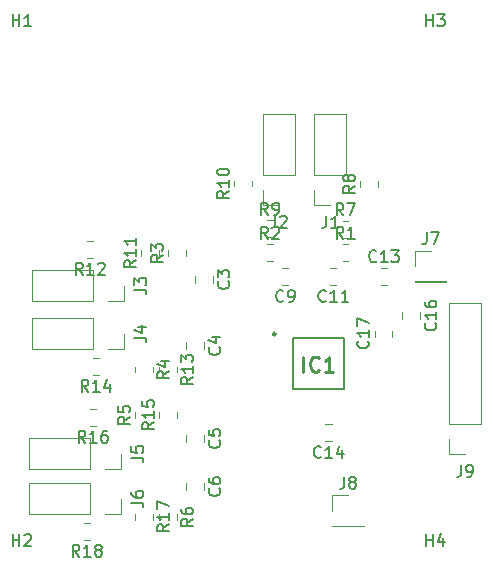
<source format=gbr>
%TF.GenerationSoftware,KiCad,Pcbnew,(5.1.12)-1*%
%TF.CreationDate,2022-06-02T00:13:14+02:00*%
%TF.ProjectId,strain gauge messurment,73747261-696e-4206-9761-756765206d65,rev?*%
%TF.SameCoordinates,Original*%
%TF.FileFunction,Legend,Top*%
%TF.FilePolarity,Positive*%
%FSLAX46Y46*%
G04 Gerber Fmt 4.6, Leading zero omitted, Abs format (unit mm)*
G04 Created by KiCad (PCBNEW (5.1.12)-1) date 2022-06-02 00:13:14*
%MOMM*%
%LPD*%
G01*
G04 APERTURE LIST*
%ADD10C,0.120000*%
%ADD11C,0.250000*%
%ADD12C,0.200000*%
%ADD13C,0.150000*%
%ADD14C,0.254000*%
G04 APERTURE END LIST*
D10*
%TO.C,J9*%
X156210000Y-132140000D02*
X154880000Y-132140000D01*
X154880000Y-132140000D02*
X154880000Y-130810000D01*
X154880000Y-129540000D02*
X154880000Y-119320000D01*
X157540000Y-119320000D02*
X154880000Y-119320000D01*
X157540000Y-129540000D02*
X157540000Y-119320000D01*
X157540000Y-129540000D02*
X154880000Y-129540000D01*
%TO.C,J6*%
X124460000Y-134560000D02*
X124460000Y-137220000D01*
X124460000Y-134560000D02*
X119320000Y-134560000D01*
X119320000Y-134560000D02*
X119320000Y-137220000D01*
X124460000Y-137220000D02*
X119320000Y-137220000D01*
X127060000Y-137220000D02*
X125730000Y-137220000D01*
X127060000Y-135890000D02*
X127060000Y-137220000D01*
%TO.C,J5*%
X124460000Y-130750000D02*
X124460000Y-133410000D01*
X124460000Y-130750000D02*
X119320000Y-130750000D01*
X119320000Y-130750000D02*
X119320000Y-133410000D01*
X124460000Y-133410000D02*
X119320000Y-133410000D01*
X127060000Y-133410000D02*
X125730000Y-133410000D01*
X127060000Y-132080000D02*
X127060000Y-133410000D01*
%TO.C,J4*%
X124714000Y-120590000D02*
X124714000Y-123250000D01*
X124714000Y-120590000D02*
X119574000Y-120590000D01*
X119574000Y-120590000D02*
X119574000Y-123250000D01*
X124714000Y-123250000D02*
X119574000Y-123250000D01*
X127314000Y-123250000D02*
X125984000Y-123250000D01*
X127314000Y-121920000D02*
X127314000Y-123250000D01*
%TO.C,J3*%
X124714000Y-116526000D02*
X124714000Y-119186000D01*
X124714000Y-116526000D02*
X119574000Y-116526000D01*
X119574000Y-116526000D02*
X119574000Y-119186000D01*
X124714000Y-119186000D02*
X119574000Y-119186000D01*
X127314000Y-119186000D02*
X125984000Y-119186000D01*
X127314000Y-117856000D02*
X127314000Y-119186000D01*
%TO.C,J2*%
X141792000Y-108458000D02*
X139132000Y-108458000D01*
X141792000Y-108458000D02*
X141792000Y-103318000D01*
X141792000Y-103318000D02*
X139132000Y-103318000D01*
X139132000Y-108458000D02*
X139132000Y-103318000D01*
X139132000Y-111058000D02*
X139132000Y-109728000D01*
X140462000Y-111058000D02*
X139132000Y-111058000D01*
%TO.C,J1*%
X146110000Y-108458000D02*
X143450000Y-108458000D01*
X146110000Y-108458000D02*
X146110000Y-103318000D01*
X146110000Y-103318000D02*
X143450000Y-103318000D01*
X143450000Y-108458000D02*
X143450000Y-103318000D01*
X143450000Y-111058000D02*
X143450000Y-109728000D01*
X144780000Y-111058000D02*
X143450000Y-111058000D01*
%TO.C,J8*%
X144974000Y-138236000D02*
X147634000Y-138236000D01*
X144974000Y-138176000D02*
X144974000Y-138236000D01*
X147634000Y-138176000D02*
X147634000Y-138236000D01*
X144974000Y-138176000D02*
X147634000Y-138176000D01*
X144974000Y-136906000D02*
X144974000Y-135576000D01*
X144974000Y-135576000D02*
X146304000Y-135576000D01*
%TO.C,R18*%
X124417064Y-137949000D02*
X123962936Y-137949000D01*
X124417064Y-139419000D02*
X123962936Y-139419000D01*
%TO.C,R17*%
X128297000Y-137202936D02*
X128297000Y-137657064D01*
X129767000Y-137202936D02*
X129767000Y-137657064D01*
%TO.C,R16*%
X124925064Y-128297000D02*
X124470936Y-128297000D01*
X124925064Y-129767000D02*
X124470936Y-129767000D01*
%TO.C,R15*%
X131799000Y-129021064D02*
X131799000Y-128566936D01*
X130329000Y-129021064D02*
X130329000Y-128566936D01*
%TO.C,R14*%
X125179064Y-123979000D02*
X124724936Y-123979000D01*
X125179064Y-125449000D02*
X124724936Y-125449000D01*
%TO.C,R13*%
X130329000Y-124724936D02*
X130329000Y-125179064D01*
X131799000Y-124724936D02*
X131799000Y-125179064D01*
%TO.C,R12*%
X124687064Y-114073000D02*
X124232936Y-114073000D01*
X124687064Y-115543000D02*
X124232936Y-115543000D01*
%TO.C,R11*%
X130275000Y-115305064D02*
X130275000Y-114850936D01*
X128805000Y-115305064D02*
X128805000Y-114850936D01*
%TO.C,R10*%
X138149000Y-109431064D02*
X138149000Y-108976936D01*
X136679000Y-109431064D02*
X136679000Y-108976936D01*
%TO.C,R9*%
X139456936Y-113765000D02*
X139911064Y-113765000D01*
X139456936Y-112295000D02*
X139911064Y-112295000D01*
%TO.C,R8*%
X148817000Y-109463064D02*
X148817000Y-109008936D01*
X147347000Y-109463064D02*
X147347000Y-109008936D01*
%TO.C,R7*%
X145838936Y-113828500D02*
X146293064Y-113828500D01*
X145838936Y-112358500D02*
X146293064Y-112358500D01*
%TO.C,R6*%
X130329000Y-137202936D02*
X130329000Y-137657064D01*
X131799000Y-137202936D02*
X131799000Y-137657064D01*
%TO.C,R5*%
X129767000Y-129021064D02*
X129767000Y-128566936D01*
X128297000Y-129021064D02*
X128297000Y-128566936D01*
%TO.C,R4*%
X128297000Y-124724936D02*
X128297000Y-125179064D01*
X129767000Y-124724936D02*
X129767000Y-125179064D01*
%TO.C,R3*%
X132561000Y-115305064D02*
X132561000Y-114850936D01*
X131091000Y-115305064D02*
X131091000Y-114850936D01*
%TO.C,R2*%
X139456936Y-115797000D02*
X139911064Y-115797000D01*
X139456936Y-114327000D02*
X139911064Y-114327000D01*
%TO.C,R1*%
X145838936Y-115797000D02*
X146293064Y-115797000D01*
X145838936Y-114327000D02*
X146293064Y-114327000D01*
%TO.C,J7*%
X151960000Y-114900000D02*
X153290000Y-114900000D01*
X151960000Y-116230000D02*
X151960000Y-114900000D01*
X151960000Y-117500000D02*
X154620000Y-117500000D01*
X154620000Y-117500000D02*
X154620000Y-117560000D01*
X151960000Y-117500000D02*
X151960000Y-117560000D01*
X151960000Y-117560000D02*
X154620000Y-117560000D01*
D11*
%TO.C,IC1*%
X140189000Y-121960000D02*
G75*
G03*
X140189000Y-121960000I-125000J0D01*
G01*
D12*
X141614000Y-126610000D02*
X141614000Y-122310000D01*
X145914000Y-126610000D02*
X141614000Y-126610000D01*
X145914000Y-122310000D02*
X145914000Y-126610000D01*
X141614000Y-122310000D02*
X145914000Y-122310000D01*
D10*
%TO.C,C17*%
X150035000Y-122173752D02*
X150035000Y-121651248D01*
X148565000Y-122173752D02*
X148565000Y-121651248D01*
%TO.C,C16*%
X150903000Y-120113248D02*
X150903000Y-120635752D01*
X152373000Y-120113248D02*
X152373000Y-120635752D01*
%TO.C,C14*%
X144903752Y-129575000D02*
X144381248Y-129575000D01*
X144903752Y-131045000D02*
X144381248Y-131045000D01*
%TO.C,C13*%
X149069248Y-117829000D02*
X149591752Y-117829000D01*
X149069248Y-116359000D02*
X149591752Y-116359000D01*
%TO.C,C11*%
X145316752Y-116359000D02*
X144794248Y-116359000D01*
X145316752Y-117829000D02*
X144794248Y-117829000D01*
%TO.C,C9*%
X141252752Y-116359000D02*
X140730248Y-116359000D01*
X141252752Y-117829000D02*
X140730248Y-117829000D01*
%TO.C,C6*%
X132615000Y-134591248D02*
X132615000Y-135113752D01*
X134085000Y-134591248D02*
X134085000Y-135113752D01*
%TO.C,C5*%
X132615000Y-130527248D02*
X132615000Y-131049752D01*
X134085000Y-130527248D02*
X134085000Y-131049752D01*
%TO.C,C4*%
X132615000Y-122653248D02*
X132615000Y-123175752D01*
X134085000Y-122653248D02*
X134085000Y-123175752D01*
%TO.C,C3*%
X133377000Y-117065248D02*
X133377000Y-117587752D01*
X134847000Y-117065248D02*
X134847000Y-117587752D01*
%TO.C,J9*%
D13*
X155876666Y-133032380D02*
X155876666Y-133746666D01*
X155829047Y-133889523D01*
X155733809Y-133984761D01*
X155590952Y-134032380D01*
X155495714Y-134032380D01*
X156400476Y-134032380D02*
X156590952Y-134032380D01*
X156686190Y-133984761D01*
X156733809Y-133937142D01*
X156829047Y-133794285D01*
X156876666Y-133603809D01*
X156876666Y-133222857D01*
X156829047Y-133127619D01*
X156781428Y-133080000D01*
X156686190Y-133032380D01*
X156495714Y-133032380D01*
X156400476Y-133080000D01*
X156352857Y-133127619D01*
X156305238Y-133222857D01*
X156305238Y-133460952D01*
X156352857Y-133556190D01*
X156400476Y-133603809D01*
X156495714Y-133651428D01*
X156686190Y-133651428D01*
X156781428Y-133603809D01*
X156829047Y-133556190D01*
X156876666Y-133460952D01*
%TO.C,H4*%
X152898095Y-139882380D02*
X152898095Y-138882380D01*
X152898095Y-139358571D02*
X153469523Y-139358571D01*
X153469523Y-139882380D02*
X153469523Y-138882380D01*
X154374285Y-139215714D02*
X154374285Y-139882380D01*
X154136190Y-138834761D02*
X153898095Y-139549047D01*
X154517142Y-139549047D01*
%TO.C,H3*%
X152898095Y-95882380D02*
X152898095Y-94882380D01*
X152898095Y-95358571D02*
X153469523Y-95358571D01*
X153469523Y-95882380D02*
X153469523Y-94882380D01*
X153850476Y-94882380D02*
X154469523Y-94882380D01*
X154136190Y-95263333D01*
X154279047Y-95263333D01*
X154374285Y-95310952D01*
X154421904Y-95358571D01*
X154469523Y-95453809D01*
X154469523Y-95691904D01*
X154421904Y-95787142D01*
X154374285Y-95834761D01*
X154279047Y-95882380D01*
X153993333Y-95882380D01*
X153898095Y-95834761D01*
X153850476Y-95787142D01*
%TO.C,H2*%
X117898095Y-139882380D02*
X117898095Y-138882380D01*
X117898095Y-139358571D02*
X118469523Y-139358571D01*
X118469523Y-139882380D02*
X118469523Y-138882380D01*
X118898095Y-138977619D02*
X118945714Y-138930000D01*
X119040952Y-138882380D01*
X119279047Y-138882380D01*
X119374285Y-138930000D01*
X119421904Y-138977619D01*
X119469523Y-139072857D01*
X119469523Y-139168095D01*
X119421904Y-139310952D01*
X118850476Y-139882380D01*
X119469523Y-139882380D01*
%TO.C,H1*%
X117898095Y-95882380D02*
X117898095Y-94882380D01*
X117898095Y-95358571D02*
X118469523Y-95358571D01*
X118469523Y-95882380D02*
X118469523Y-94882380D01*
X119469523Y-95882380D02*
X118898095Y-95882380D01*
X119183809Y-95882380D02*
X119183809Y-94882380D01*
X119088571Y-95025238D01*
X118993333Y-95120476D01*
X118898095Y-95168095D01*
%TO.C,J6*%
X127952380Y-136223333D02*
X128666666Y-136223333D01*
X128809523Y-136270952D01*
X128904761Y-136366190D01*
X128952380Y-136509047D01*
X128952380Y-136604285D01*
X127952380Y-135318571D02*
X127952380Y-135509047D01*
X128000000Y-135604285D01*
X128047619Y-135651904D01*
X128190476Y-135747142D01*
X128380952Y-135794761D01*
X128761904Y-135794761D01*
X128857142Y-135747142D01*
X128904761Y-135699523D01*
X128952380Y-135604285D01*
X128952380Y-135413809D01*
X128904761Y-135318571D01*
X128857142Y-135270952D01*
X128761904Y-135223333D01*
X128523809Y-135223333D01*
X128428571Y-135270952D01*
X128380952Y-135318571D01*
X128333333Y-135413809D01*
X128333333Y-135604285D01*
X128380952Y-135699523D01*
X128428571Y-135747142D01*
X128523809Y-135794761D01*
%TO.C,J5*%
X127952380Y-132413333D02*
X128666666Y-132413333D01*
X128809523Y-132460952D01*
X128904761Y-132556190D01*
X128952380Y-132699047D01*
X128952380Y-132794285D01*
X127952380Y-131460952D02*
X127952380Y-131937142D01*
X128428571Y-131984761D01*
X128380952Y-131937142D01*
X128333333Y-131841904D01*
X128333333Y-131603809D01*
X128380952Y-131508571D01*
X128428571Y-131460952D01*
X128523809Y-131413333D01*
X128761904Y-131413333D01*
X128857142Y-131460952D01*
X128904761Y-131508571D01*
X128952380Y-131603809D01*
X128952380Y-131841904D01*
X128904761Y-131937142D01*
X128857142Y-131984761D01*
%TO.C,J4*%
X128206380Y-122253333D02*
X128920666Y-122253333D01*
X129063523Y-122300952D01*
X129158761Y-122396190D01*
X129206380Y-122539047D01*
X129206380Y-122634285D01*
X128539714Y-121348571D02*
X129206380Y-121348571D01*
X128158761Y-121586666D02*
X128873047Y-121824761D01*
X128873047Y-121205714D01*
%TO.C,J3*%
X128206380Y-118189333D02*
X128920666Y-118189333D01*
X129063523Y-118236952D01*
X129158761Y-118332190D01*
X129206380Y-118475047D01*
X129206380Y-118570285D01*
X128206380Y-117808380D02*
X128206380Y-117189333D01*
X128587333Y-117522666D01*
X128587333Y-117379809D01*
X128634952Y-117284571D01*
X128682571Y-117236952D01*
X128777809Y-117189333D01*
X129015904Y-117189333D01*
X129111142Y-117236952D01*
X129158761Y-117284571D01*
X129206380Y-117379809D01*
X129206380Y-117665523D01*
X129158761Y-117760761D01*
X129111142Y-117808380D01*
%TO.C,J2*%
X140128666Y-111950380D02*
X140128666Y-112664666D01*
X140081047Y-112807523D01*
X139985809Y-112902761D01*
X139842952Y-112950380D01*
X139747714Y-112950380D01*
X140557238Y-112045619D02*
X140604857Y-111998000D01*
X140700095Y-111950380D01*
X140938190Y-111950380D01*
X141033428Y-111998000D01*
X141081047Y-112045619D01*
X141128666Y-112140857D01*
X141128666Y-112236095D01*
X141081047Y-112378952D01*
X140509619Y-112950380D01*
X141128666Y-112950380D01*
%TO.C,J1*%
X144446666Y-111950380D02*
X144446666Y-112664666D01*
X144399047Y-112807523D01*
X144303809Y-112902761D01*
X144160952Y-112950380D01*
X144065714Y-112950380D01*
X145446666Y-112950380D02*
X144875238Y-112950380D01*
X145160952Y-112950380D02*
X145160952Y-111950380D01*
X145065714Y-112093238D01*
X144970476Y-112188476D01*
X144875238Y-112236095D01*
%TO.C,J8*%
X145970666Y-134028380D02*
X145970666Y-134742666D01*
X145923047Y-134885523D01*
X145827809Y-134980761D01*
X145684952Y-135028380D01*
X145589714Y-135028380D01*
X146589714Y-134456952D02*
X146494476Y-134409333D01*
X146446857Y-134361714D01*
X146399238Y-134266476D01*
X146399238Y-134218857D01*
X146446857Y-134123619D01*
X146494476Y-134076000D01*
X146589714Y-134028380D01*
X146780190Y-134028380D01*
X146875428Y-134076000D01*
X146923047Y-134123619D01*
X146970666Y-134218857D01*
X146970666Y-134266476D01*
X146923047Y-134361714D01*
X146875428Y-134409333D01*
X146780190Y-134456952D01*
X146589714Y-134456952D01*
X146494476Y-134504571D01*
X146446857Y-134552190D01*
X146399238Y-134647428D01*
X146399238Y-134837904D01*
X146446857Y-134933142D01*
X146494476Y-134980761D01*
X146589714Y-135028380D01*
X146780190Y-135028380D01*
X146875428Y-134980761D01*
X146923047Y-134933142D01*
X146970666Y-134837904D01*
X146970666Y-134647428D01*
X146923047Y-134552190D01*
X146875428Y-134504571D01*
X146780190Y-134456952D01*
%TO.C,R18*%
X123547142Y-140786380D02*
X123213809Y-140310190D01*
X122975714Y-140786380D02*
X122975714Y-139786380D01*
X123356666Y-139786380D01*
X123451904Y-139834000D01*
X123499523Y-139881619D01*
X123547142Y-139976857D01*
X123547142Y-140119714D01*
X123499523Y-140214952D01*
X123451904Y-140262571D01*
X123356666Y-140310190D01*
X122975714Y-140310190D01*
X124499523Y-140786380D02*
X123928095Y-140786380D01*
X124213809Y-140786380D02*
X124213809Y-139786380D01*
X124118571Y-139929238D01*
X124023333Y-140024476D01*
X123928095Y-140072095D01*
X125070952Y-140214952D02*
X124975714Y-140167333D01*
X124928095Y-140119714D01*
X124880476Y-140024476D01*
X124880476Y-139976857D01*
X124928095Y-139881619D01*
X124975714Y-139834000D01*
X125070952Y-139786380D01*
X125261428Y-139786380D01*
X125356666Y-139834000D01*
X125404285Y-139881619D01*
X125451904Y-139976857D01*
X125451904Y-140024476D01*
X125404285Y-140119714D01*
X125356666Y-140167333D01*
X125261428Y-140214952D01*
X125070952Y-140214952D01*
X124975714Y-140262571D01*
X124928095Y-140310190D01*
X124880476Y-140405428D01*
X124880476Y-140595904D01*
X124928095Y-140691142D01*
X124975714Y-140738761D01*
X125070952Y-140786380D01*
X125261428Y-140786380D01*
X125356666Y-140738761D01*
X125404285Y-140691142D01*
X125451904Y-140595904D01*
X125451904Y-140405428D01*
X125404285Y-140310190D01*
X125356666Y-140262571D01*
X125261428Y-140214952D01*
%TO.C,R17*%
X131134380Y-138072857D02*
X130658190Y-138406190D01*
X131134380Y-138644285D02*
X130134380Y-138644285D01*
X130134380Y-138263333D01*
X130182000Y-138168095D01*
X130229619Y-138120476D01*
X130324857Y-138072857D01*
X130467714Y-138072857D01*
X130562952Y-138120476D01*
X130610571Y-138168095D01*
X130658190Y-138263333D01*
X130658190Y-138644285D01*
X131134380Y-137120476D02*
X131134380Y-137691904D01*
X131134380Y-137406190D02*
X130134380Y-137406190D01*
X130277238Y-137501428D01*
X130372476Y-137596666D01*
X130420095Y-137691904D01*
X130134380Y-136787142D02*
X130134380Y-136120476D01*
X131134380Y-136549047D01*
%TO.C,R16*%
X124055142Y-131134380D02*
X123721809Y-130658190D01*
X123483714Y-131134380D02*
X123483714Y-130134380D01*
X123864666Y-130134380D01*
X123959904Y-130182000D01*
X124007523Y-130229619D01*
X124055142Y-130324857D01*
X124055142Y-130467714D01*
X124007523Y-130562952D01*
X123959904Y-130610571D01*
X123864666Y-130658190D01*
X123483714Y-130658190D01*
X125007523Y-131134380D02*
X124436095Y-131134380D01*
X124721809Y-131134380D02*
X124721809Y-130134380D01*
X124626571Y-130277238D01*
X124531333Y-130372476D01*
X124436095Y-130420095D01*
X125864666Y-130134380D02*
X125674190Y-130134380D01*
X125578952Y-130182000D01*
X125531333Y-130229619D01*
X125436095Y-130372476D01*
X125388476Y-130562952D01*
X125388476Y-130943904D01*
X125436095Y-131039142D01*
X125483714Y-131086761D01*
X125578952Y-131134380D01*
X125769428Y-131134380D01*
X125864666Y-131086761D01*
X125912285Y-131039142D01*
X125959904Y-130943904D01*
X125959904Y-130705809D01*
X125912285Y-130610571D01*
X125864666Y-130562952D01*
X125769428Y-130515333D01*
X125578952Y-130515333D01*
X125483714Y-130562952D01*
X125436095Y-130610571D01*
X125388476Y-130705809D01*
%TO.C,R15*%
X129866380Y-129436857D02*
X129390190Y-129770190D01*
X129866380Y-130008285D02*
X128866380Y-130008285D01*
X128866380Y-129627333D01*
X128914000Y-129532095D01*
X128961619Y-129484476D01*
X129056857Y-129436857D01*
X129199714Y-129436857D01*
X129294952Y-129484476D01*
X129342571Y-129532095D01*
X129390190Y-129627333D01*
X129390190Y-130008285D01*
X129866380Y-128484476D02*
X129866380Y-129055904D01*
X129866380Y-128770190D02*
X128866380Y-128770190D01*
X129009238Y-128865428D01*
X129104476Y-128960666D01*
X129152095Y-129055904D01*
X128866380Y-127579714D02*
X128866380Y-128055904D01*
X129342571Y-128103523D01*
X129294952Y-128055904D01*
X129247333Y-127960666D01*
X129247333Y-127722571D01*
X129294952Y-127627333D01*
X129342571Y-127579714D01*
X129437809Y-127532095D01*
X129675904Y-127532095D01*
X129771142Y-127579714D01*
X129818761Y-127627333D01*
X129866380Y-127722571D01*
X129866380Y-127960666D01*
X129818761Y-128055904D01*
X129771142Y-128103523D01*
%TO.C,R14*%
X124309142Y-126816380D02*
X123975809Y-126340190D01*
X123737714Y-126816380D02*
X123737714Y-125816380D01*
X124118666Y-125816380D01*
X124213904Y-125864000D01*
X124261523Y-125911619D01*
X124309142Y-126006857D01*
X124309142Y-126149714D01*
X124261523Y-126244952D01*
X124213904Y-126292571D01*
X124118666Y-126340190D01*
X123737714Y-126340190D01*
X125261523Y-126816380D02*
X124690095Y-126816380D01*
X124975809Y-126816380D02*
X124975809Y-125816380D01*
X124880571Y-125959238D01*
X124785333Y-126054476D01*
X124690095Y-126102095D01*
X126118666Y-126149714D02*
X126118666Y-126816380D01*
X125880571Y-125768761D02*
X125642476Y-126483047D01*
X126261523Y-126483047D01*
%TO.C,R13*%
X133166380Y-125594857D02*
X132690190Y-125928190D01*
X133166380Y-126166285D02*
X132166380Y-126166285D01*
X132166380Y-125785333D01*
X132214000Y-125690095D01*
X132261619Y-125642476D01*
X132356857Y-125594857D01*
X132499714Y-125594857D01*
X132594952Y-125642476D01*
X132642571Y-125690095D01*
X132690190Y-125785333D01*
X132690190Y-126166285D01*
X133166380Y-124642476D02*
X133166380Y-125213904D01*
X133166380Y-124928190D02*
X132166380Y-124928190D01*
X132309238Y-125023428D01*
X132404476Y-125118666D01*
X132452095Y-125213904D01*
X132166380Y-124309142D02*
X132166380Y-123690095D01*
X132547333Y-124023428D01*
X132547333Y-123880571D01*
X132594952Y-123785333D01*
X132642571Y-123737714D01*
X132737809Y-123690095D01*
X132975904Y-123690095D01*
X133071142Y-123737714D01*
X133118761Y-123785333D01*
X133166380Y-123880571D01*
X133166380Y-124166285D01*
X133118761Y-124261523D01*
X133071142Y-124309142D01*
%TO.C,R12*%
X123817142Y-116910380D02*
X123483809Y-116434190D01*
X123245714Y-116910380D02*
X123245714Y-115910380D01*
X123626666Y-115910380D01*
X123721904Y-115958000D01*
X123769523Y-116005619D01*
X123817142Y-116100857D01*
X123817142Y-116243714D01*
X123769523Y-116338952D01*
X123721904Y-116386571D01*
X123626666Y-116434190D01*
X123245714Y-116434190D01*
X124769523Y-116910380D02*
X124198095Y-116910380D01*
X124483809Y-116910380D02*
X124483809Y-115910380D01*
X124388571Y-116053238D01*
X124293333Y-116148476D01*
X124198095Y-116196095D01*
X125150476Y-116005619D02*
X125198095Y-115958000D01*
X125293333Y-115910380D01*
X125531428Y-115910380D01*
X125626666Y-115958000D01*
X125674285Y-116005619D01*
X125721904Y-116100857D01*
X125721904Y-116196095D01*
X125674285Y-116338952D01*
X125102857Y-116910380D01*
X125721904Y-116910380D01*
%TO.C,R11*%
X128342380Y-115720857D02*
X127866190Y-116054190D01*
X128342380Y-116292285D02*
X127342380Y-116292285D01*
X127342380Y-115911333D01*
X127390000Y-115816095D01*
X127437619Y-115768476D01*
X127532857Y-115720857D01*
X127675714Y-115720857D01*
X127770952Y-115768476D01*
X127818571Y-115816095D01*
X127866190Y-115911333D01*
X127866190Y-116292285D01*
X128342380Y-114768476D02*
X128342380Y-115339904D01*
X128342380Y-115054190D02*
X127342380Y-115054190D01*
X127485238Y-115149428D01*
X127580476Y-115244666D01*
X127628095Y-115339904D01*
X128342380Y-113816095D02*
X128342380Y-114387523D01*
X128342380Y-114101809D02*
X127342380Y-114101809D01*
X127485238Y-114197047D01*
X127580476Y-114292285D01*
X127628095Y-114387523D01*
%TO.C,R10*%
X136216380Y-109846857D02*
X135740190Y-110180190D01*
X136216380Y-110418285D02*
X135216380Y-110418285D01*
X135216380Y-110037333D01*
X135264000Y-109942095D01*
X135311619Y-109894476D01*
X135406857Y-109846857D01*
X135549714Y-109846857D01*
X135644952Y-109894476D01*
X135692571Y-109942095D01*
X135740190Y-110037333D01*
X135740190Y-110418285D01*
X136216380Y-108894476D02*
X136216380Y-109465904D01*
X136216380Y-109180190D02*
X135216380Y-109180190D01*
X135359238Y-109275428D01*
X135454476Y-109370666D01*
X135502095Y-109465904D01*
X135216380Y-108275428D02*
X135216380Y-108180190D01*
X135264000Y-108084952D01*
X135311619Y-108037333D01*
X135406857Y-107989714D01*
X135597333Y-107942095D01*
X135835428Y-107942095D01*
X136025904Y-107989714D01*
X136121142Y-108037333D01*
X136168761Y-108084952D01*
X136216380Y-108180190D01*
X136216380Y-108275428D01*
X136168761Y-108370666D01*
X136121142Y-108418285D01*
X136025904Y-108465904D01*
X135835428Y-108513523D01*
X135597333Y-108513523D01*
X135406857Y-108465904D01*
X135311619Y-108418285D01*
X135264000Y-108370666D01*
X135216380Y-108275428D01*
%TO.C,R9*%
X139517333Y-111832380D02*
X139184000Y-111356190D01*
X138945904Y-111832380D02*
X138945904Y-110832380D01*
X139326857Y-110832380D01*
X139422095Y-110880000D01*
X139469714Y-110927619D01*
X139517333Y-111022857D01*
X139517333Y-111165714D01*
X139469714Y-111260952D01*
X139422095Y-111308571D01*
X139326857Y-111356190D01*
X138945904Y-111356190D01*
X139993523Y-111832380D02*
X140184000Y-111832380D01*
X140279238Y-111784761D01*
X140326857Y-111737142D01*
X140422095Y-111594285D01*
X140469714Y-111403809D01*
X140469714Y-111022857D01*
X140422095Y-110927619D01*
X140374476Y-110880000D01*
X140279238Y-110832380D01*
X140088761Y-110832380D01*
X139993523Y-110880000D01*
X139945904Y-110927619D01*
X139898285Y-111022857D01*
X139898285Y-111260952D01*
X139945904Y-111356190D01*
X139993523Y-111403809D01*
X140088761Y-111451428D01*
X140279238Y-111451428D01*
X140374476Y-111403809D01*
X140422095Y-111356190D01*
X140469714Y-111260952D01*
%TO.C,R8*%
X146884380Y-109402666D02*
X146408190Y-109736000D01*
X146884380Y-109974095D02*
X145884380Y-109974095D01*
X145884380Y-109593142D01*
X145932000Y-109497904D01*
X145979619Y-109450285D01*
X146074857Y-109402666D01*
X146217714Y-109402666D01*
X146312952Y-109450285D01*
X146360571Y-109497904D01*
X146408190Y-109593142D01*
X146408190Y-109974095D01*
X146312952Y-108831238D02*
X146265333Y-108926476D01*
X146217714Y-108974095D01*
X146122476Y-109021714D01*
X146074857Y-109021714D01*
X145979619Y-108974095D01*
X145932000Y-108926476D01*
X145884380Y-108831238D01*
X145884380Y-108640761D01*
X145932000Y-108545523D01*
X145979619Y-108497904D01*
X146074857Y-108450285D01*
X146122476Y-108450285D01*
X146217714Y-108497904D01*
X146265333Y-108545523D01*
X146312952Y-108640761D01*
X146312952Y-108831238D01*
X146360571Y-108926476D01*
X146408190Y-108974095D01*
X146503428Y-109021714D01*
X146693904Y-109021714D01*
X146789142Y-108974095D01*
X146836761Y-108926476D01*
X146884380Y-108831238D01*
X146884380Y-108640761D01*
X146836761Y-108545523D01*
X146789142Y-108497904D01*
X146693904Y-108450285D01*
X146503428Y-108450285D01*
X146408190Y-108497904D01*
X146360571Y-108545523D01*
X146312952Y-108640761D01*
%TO.C,R7*%
X145899333Y-111895880D02*
X145566000Y-111419690D01*
X145327904Y-111895880D02*
X145327904Y-110895880D01*
X145708857Y-110895880D01*
X145804095Y-110943500D01*
X145851714Y-110991119D01*
X145899333Y-111086357D01*
X145899333Y-111229214D01*
X145851714Y-111324452D01*
X145804095Y-111372071D01*
X145708857Y-111419690D01*
X145327904Y-111419690D01*
X146232666Y-110895880D02*
X146899333Y-110895880D01*
X146470761Y-111895880D01*
%TO.C,R6*%
X133166380Y-137596666D02*
X132690190Y-137930000D01*
X133166380Y-138168095D02*
X132166380Y-138168095D01*
X132166380Y-137787142D01*
X132214000Y-137691904D01*
X132261619Y-137644285D01*
X132356857Y-137596666D01*
X132499714Y-137596666D01*
X132594952Y-137644285D01*
X132642571Y-137691904D01*
X132690190Y-137787142D01*
X132690190Y-138168095D01*
X132166380Y-136739523D02*
X132166380Y-136930000D01*
X132214000Y-137025238D01*
X132261619Y-137072857D01*
X132404476Y-137168095D01*
X132594952Y-137215714D01*
X132975904Y-137215714D01*
X133071142Y-137168095D01*
X133118761Y-137120476D01*
X133166380Y-137025238D01*
X133166380Y-136834761D01*
X133118761Y-136739523D01*
X133071142Y-136691904D01*
X132975904Y-136644285D01*
X132737809Y-136644285D01*
X132642571Y-136691904D01*
X132594952Y-136739523D01*
X132547333Y-136834761D01*
X132547333Y-137025238D01*
X132594952Y-137120476D01*
X132642571Y-137168095D01*
X132737809Y-137215714D01*
%TO.C,R5*%
X127834380Y-128960666D02*
X127358190Y-129294000D01*
X127834380Y-129532095D02*
X126834380Y-129532095D01*
X126834380Y-129151142D01*
X126882000Y-129055904D01*
X126929619Y-129008285D01*
X127024857Y-128960666D01*
X127167714Y-128960666D01*
X127262952Y-129008285D01*
X127310571Y-129055904D01*
X127358190Y-129151142D01*
X127358190Y-129532095D01*
X126834380Y-128055904D02*
X126834380Y-128532095D01*
X127310571Y-128579714D01*
X127262952Y-128532095D01*
X127215333Y-128436857D01*
X127215333Y-128198761D01*
X127262952Y-128103523D01*
X127310571Y-128055904D01*
X127405809Y-128008285D01*
X127643904Y-128008285D01*
X127739142Y-128055904D01*
X127786761Y-128103523D01*
X127834380Y-128198761D01*
X127834380Y-128436857D01*
X127786761Y-128532095D01*
X127739142Y-128579714D01*
%TO.C,R4*%
X131134380Y-125118666D02*
X130658190Y-125452000D01*
X131134380Y-125690095D02*
X130134380Y-125690095D01*
X130134380Y-125309142D01*
X130182000Y-125213904D01*
X130229619Y-125166285D01*
X130324857Y-125118666D01*
X130467714Y-125118666D01*
X130562952Y-125166285D01*
X130610571Y-125213904D01*
X130658190Y-125309142D01*
X130658190Y-125690095D01*
X130467714Y-124261523D02*
X131134380Y-124261523D01*
X130086761Y-124499619D02*
X130801047Y-124737714D01*
X130801047Y-124118666D01*
%TO.C,R3*%
X130628380Y-115244666D02*
X130152190Y-115578000D01*
X130628380Y-115816095D02*
X129628380Y-115816095D01*
X129628380Y-115435142D01*
X129676000Y-115339904D01*
X129723619Y-115292285D01*
X129818857Y-115244666D01*
X129961714Y-115244666D01*
X130056952Y-115292285D01*
X130104571Y-115339904D01*
X130152190Y-115435142D01*
X130152190Y-115816095D01*
X129628380Y-114911333D02*
X129628380Y-114292285D01*
X130009333Y-114625619D01*
X130009333Y-114482761D01*
X130056952Y-114387523D01*
X130104571Y-114339904D01*
X130199809Y-114292285D01*
X130437904Y-114292285D01*
X130533142Y-114339904D01*
X130580761Y-114387523D01*
X130628380Y-114482761D01*
X130628380Y-114768476D01*
X130580761Y-114863714D01*
X130533142Y-114911333D01*
%TO.C,R2*%
X139517333Y-113864380D02*
X139184000Y-113388190D01*
X138945904Y-113864380D02*
X138945904Y-112864380D01*
X139326857Y-112864380D01*
X139422095Y-112912000D01*
X139469714Y-112959619D01*
X139517333Y-113054857D01*
X139517333Y-113197714D01*
X139469714Y-113292952D01*
X139422095Y-113340571D01*
X139326857Y-113388190D01*
X138945904Y-113388190D01*
X139898285Y-112959619D02*
X139945904Y-112912000D01*
X140041142Y-112864380D01*
X140279238Y-112864380D01*
X140374476Y-112912000D01*
X140422095Y-112959619D01*
X140469714Y-113054857D01*
X140469714Y-113150095D01*
X140422095Y-113292952D01*
X139850666Y-113864380D01*
X140469714Y-113864380D01*
%TO.C,R1*%
X145899333Y-113864380D02*
X145566000Y-113388190D01*
X145327904Y-113864380D02*
X145327904Y-112864380D01*
X145708857Y-112864380D01*
X145804095Y-112912000D01*
X145851714Y-112959619D01*
X145899333Y-113054857D01*
X145899333Y-113197714D01*
X145851714Y-113292952D01*
X145804095Y-113340571D01*
X145708857Y-113388190D01*
X145327904Y-113388190D01*
X146851714Y-113864380D02*
X146280285Y-113864380D01*
X146566000Y-113864380D02*
X146566000Y-112864380D01*
X146470761Y-113007238D01*
X146375523Y-113102476D01*
X146280285Y-113150095D01*
%TO.C,J7*%
X152956666Y-113352380D02*
X152956666Y-114066666D01*
X152909047Y-114209523D01*
X152813809Y-114304761D01*
X152670952Y-114352380D01*
X152575714Y-114352380D01*
X153337619Y-113352380D02*
X154004285Y-113352380D01*
X153575714Y-114352380D01*
%TO.C,IC1*%
D14*
X142524238Y-125130523D02*
X142524238Y-123860523D01*
X143854714Y-125009571D02*
X143794238Y-125070047D01*
X143612809Y-125130523D01*
X143491857Y-125130523D01*
X143310428Y-125070047D01*
X143189476Y-124949095D01*
X143129000Y-124828142D01*
X143068523Y-124586238D01*
X143068523Y-124404809D01*
X143129000Y-124162904D01*
X143189476Y-124041952D01*
X143310428Y-123921000D01*
X143491857Y-123860523D01*
X143612809Y-123860523D01*
X143794238Y-123921000D01*
X143854714Y-123981476D01*
X145064238Y-125130523D02*
X144338523Y-125130523D01*
X144701380Y-125130523D02*
X144701380Y-123860523D01*
X144580428Y-124041952D01*
X144459476Y-124162904D01*
X144338523Y-124223380D01*
%TO.C,C17*%
D13*
X147977142Y-122555357D02*
X148024761Y-122602976D01*
X148072380Y-122745833D01*
X148072380Y-122841071D01*
X148024761Y-122983928D01*
X147929523Y-123079166D01*
X147834285Y-123126785D01*
X147643809Y-123174404D01*
X147500952Y-123174404D01*
X147310476Y-123126785D01*
X147215238Y-123079166D01*
X147120000Y-122983928D01*
X147072380Y-122841071D01*
X147072380Y-122745833D01*
X147120000Y-122602976D01*
X147167619Y-122555357D01*
X148072380Y-121602976D02*
X148072380Y-122174404D01*
X148072380Y-121888690D02*
X147072380Y-121888690D01*
X147215238Y-121983928D01*
X147310476Y-122079166D01*
X147358095Y-122174404D01*
X147072380Y-121269642D02*
X147072380Y-120602976D01*
X148072380Y-121031547D01*
%TO.C,C16*%
X153675142Y-121017357D02*
X153722761Y-121064976D01*
X153770380Y-121207833D01*
X153770380Y-121303071D01*
X153722761Y-121445928D01*
X153627523Y-121541166D01*
X153532285Y-121588785D01*
X153341809Y-121636404D01*
X153198952Y-121636404D01*
X153008476Y-121588785D01*
X152913238Y-121541166D01*
X152818000Y-121445928D01*
X152770380Y-121303071D01*
X152770380Y-121207833D01*
X152818000Y-121064976D01*
X152865619Y-121017357D01*
X153770380Y-120064976D02*
X153770380Y-120636404D01*
X153770380Y-120350690D02*
X152770380Y-120350690D01*
X152913238Y-120445928D01*
X153008476Y-120541166D01*
X153056095Y-120636404D01*
X152770380Y-119207833D02*
X152770380Y-119398309D01*
X152818000Y-119493547D01*
X152865619Y-119541166D01*
X153008476Y-119636404D01*
X153198952Y-119684023D01*
X153579904Y-119684023D01*
X153675142Y-119636404D01*
X153722761Y-119588785D01*
X153770380Y-119493547D01*
X153770380Y-119303071D01*
X153722761Y-119207833D01*
X153675142Y-119160214D01*
X153579904Y-119112595D01*
X153341809Y-119112595D01*
X153246571Y-119160214D01*
X153198952Y-119207833D01*
X153151333Y-119303071D01*
X153151333Y-119493547D01*
X153198952Y-119588785D01*
X153246571Y-119636404D01*
X153341809Y-119684023D01*
%TO.C,C14*%
X143999642Y-132347142D02*
X143952023Y-132394761D01*
X143809166Y-132442380D01*
X143713928Y-132442380D01*
X143571071Y-132394761D01*
X143475833Y-132299523D01*
X143428214Y-132204285D01*
X143380595Y-132013809D01*
X143380595Y-131870952D01*
X143428214Y-131680476D01*
X143475833Y-131585238D01*
X143571071Y-131490000D01*
X143713928Y-131442380D01*
X143809166Y-131442380D01*
X143952023Y-131490000D01*
X143999642Y-131537619D01*
X144952023Y-132442380D02*
X144380595Y-132442380D01*
X144666309Y-132442380D02*
X144666309Y-131442380D01*
X144571071Y-131585238D01*
X144475833Y-131680476D01*
X144380595Y-131728095D01*
X145809166Y-131775714D02*
X145809166Y-132442380D01*
X145571071Y-131394761D02*
X145332976Y-132109047D01*
X145952023Y-132109047D01*
%TO.C,C13*%
X148687642Y-115771142D02*
X148640023Y-115818761D01*
X148497166Y-115866380D01*
X148401928Y-115866380D01*
X148259071Y-115818761D01*
X148163833Y-115723523D01*
X148116214Y-115628285D01*
X148068595Y-115437809D01*
X148068595Y-115294952D01*
X148116214Y-115104476D01*
X148163833Y-115009238D01*
X148259071Y-114914000D01*
X148401928Y-114866380D01*
X148497166Y-114866380D01*
X148640023Y-114914000D01*
X148687642Y-114961619D01*
X149640023Y-115866380D02*
X149068595Y-115866380D01*
X149354309Y-115866380D02*
X149354309Y-114866380D01*
X149259071Y-115009238D01*
X149163833Y-115104476D01*
X149068595Y-115152095D01*
X149973357Y-114866380D02*
X150592404Y-114866380D01*
X150259071Y-115247333D01*
X150401928Y-115247333D01*
X150497166Y-115294952D01*
X150544785Y-115342571D01*
X150592404Y-115437809D01*
X150592404Y-115675904D01*
X150544785Y-115771142D01*
X150497166Y-115818761D01*
X150401928Y-115866380D01*
X150116214Y-115866380D01*
X150020976Y-115818761D01*
X149973357Y-115771142D01*
%TO.C,C11*%
X144412642Y-119131142D02*
X144365023Y-119178761D01*
X144222166Y-119226380D01*
X144126928Y-119226380D01*
X143984071Y-119178761D01*
X143888833Y-119083523D01*
X143841214Y-118988285D01*
X143793595Y-118797809D01*
X143793595Y-118654952D01*
X143841214Y-118464476D01*
X143888833Y-118369238D01*
X143984071Y-118274000D01*
X144126928Y-118226380D01*
X144222166Y-118226380D01*
X144365023Y-118274000D01*
X144412642Y-118321619D01*
X145365023Y-119226380D02*
X144793595Y-119226380D01*
X145079309Y-119226380D02*
X145079309Y-118226380D01*
X144984071Y-118369238D01*
X144888833Y-118464476D01*
X144793595Y-118512095D01*
X146317404Y-119226380D02*
X145745976Y-119226380D01*
X146031690Y-119226380D02*
X146031690Y-118226380D01*
X145936452Y-118369238D01*
X145841214Y-118464476D01*
X145745976Y-118512095D01*
%TO.C,C9*%
X140824833Y-119131142D02*
X140777214Y-119178761D01*
X140634357Y-119226380D01*
X140539119Y-119226380D01*
X140396261Y-119178761D01*
X140301023Y-119083523D01*
X140253404Y-118988285D01*
X140205785Y-118797809D01*
X140205785Y-118654952D01*
X140253404Y-118464476D01*
X140301023Y-118369238D01*
X140396261Y-118274000D01*
X140539119Y-118226380D01*
X140634357Y-118226380D01*
X140777214Y-118274000D01*
X140824833Y-118321619D01*
X141301023Y-119226380D02*
X141491500Y-119226380D01*
X141586738Y-119178761D01*
X141634357Y-119131142D01*
X141729595Y-118988285D01*
X141777214Y-118797809D01*
X141777214Y-118416857D01*
X141729595Y-118321619D01*
X141681976Y-118274000D01*
X141586738Y-118226380D01*
X141396261Y-118226380D01*
X141301023Y-118274000D01*
X141253404Y-118321619D01*
X141205785Y-118416857D01*
X141205785Y-118654952D01*
X141253404Y-118750190D01*
X141301023Y-118797809D01*
X141396261Y-118845428D01*
X141586738Y-118845428D01*
X141681976Y-118797809D01*
X141729595Y-118750190D01*
X141777214Y-118654952D01*
%TO.C,C6*%
X135387142Y-135019166D02*
X135434761Y-135066785D01*
X135482380Y-135209642D01*
X135482380Y-135304880D01*
X135434761Y-135447738D01*
X135339523Y-135542976D01*
X135244285Y-135590595D01*
X135053809Y-135638214D01*
X134910952Y-135638214D01*
X134720476Y-135590595D01*
X134625238Y-135542976D01*
X134530000Y-135447738D01*
X134482380Y-135304880D01*
X134482380Y-135209642D01*
X134530000Y-135066785D01*
X134577619Y-135019166D01*
X134482380Y-134162023D02*
X134482380Y-134352500D01*
X134530000Y-134447738D01*
X134577619Y-134495357D01*
X134720476Y-134590595D01*
X134910952Y-134638214D01*
X135291904Y-134638214D01*
X135387142Y-134590595D01*
X135434761Y-134542976D01*
X135482380Y-134447738D01*
X135482380Y-134257261D01*
X135434761Y-134162023D01*
X135387142Y-134114404D01*
X135291904Y-134066785D01*
X135053809Y-134066785D01*
X134958571Y-134114404D01*
X134910952Y-134162023D01*
X134863333Y-134257261D01*
X134863333Y-134447738D01*
X134910952Y-134542976D01*
X134958571Y-134590595D01*
X135053809Y-134638214D01*
%TO.C,C5*%
X135387142Y-130955166D02*
X135434761Y-131002785D01*
X135482380Y-131145642D01*
X135482380Y-131240880D01*
X135434761Y-131383738D01*
X135339523Y-131478976D01*
X135244285Y-131526595D01*
X135053809Y-131574214D01*
X134910952Y-131574214D01*
X134720476Y-131526595D01*
X134625238Y-131478976D01*
X134530000Y-131383738D01*
X134482380Y-131240880D01*
X134482380Y-131145642D01*
X134530000Y-131002785D01*
X134577619Y-130955166D01*
X134482380Y-130050404D02*
X134482380Y-130526595D01*
X134958571Y-130574214D01*
X134910952Y-130526595D01*
X134863333Y-130431357D01*
X134863333Y-130193261D01*
X134910952Y-130098023D01*
X134958571Y-130050404D01*
X135053809Y-130002785D01*
X135291904Y-130002785D01*
X135387142Y-130050404D01*
X135434761Y-130098023D01*
X135482380Y-130193261D01*
X135482380Y-130431357D01*
X135434761Y-130526595D01*
X135387142Y-130574214D01*
%TO.C,C4*%
X135387142Y-123081166D02*
X135434761Y-123128785D01*
X135482380Y-123271642D01*
X135482380Y-123366880D01*
X135434761Y-123509738D01*
X135339523Y-123604976D01*
X135244285Y-123652595D01*
X135053809Y-123700214D01*
X134910952Y-123700214D01*
X134720476Y-123652595D01*
X134625238Y-123604976D01*
X134530000Y-123509738D01*
X134482380Y-123366880D01*
X134482380Y-123271642D01*
X134530000Y-123128785D01*
X134577619Y-123081166D01*
X134815714Y-122224023D02*
X135482380Y-122224023D01*
X134434761Y-122462119D02*
X135149047Y-122700214D01*
X135149047Y-122081166D01*
%TO.C,C3*%
X136149142Y-117493166D02*
X136196761Y-117540785D01*
X136244380Y-117683642D01*
X136244380Y-117778880D01*
X136196761Y-117921738D01*
X136101523Y-118016976D01*
X136006285Y-118064595D01*
X135815809Y-118112214D01*
X135672952Y-118112214D01*
X135482476Y-118064595D01*
X135387238Y-118016976D01*
X135292000Y-117921738D01*
X135244380Y-117778880D01*
X135244380Y-117683642D01*
X135292000Y-117540785D01*
X135339619Y-117493166D01*
X135244380Y-117159833D02*
X135244380Y-116540785D01*
X135625333Y-116874119D01*
X135625333Y-116731261D01*
X135672952Y-116636023D01*
X135720571Y-116588404D01*
X135815809Y-116540785D01*
X136053904Y-116540785D01*
X136149142Y-116588404D01*
X136196761Y-116636023D01*
X136244380Y-116731261D01*
X136244380Y-117016976D01*
X136196761Y-117112214D01*
X136149142Y-117159833D01*
%TD*%
M02*

</source>
